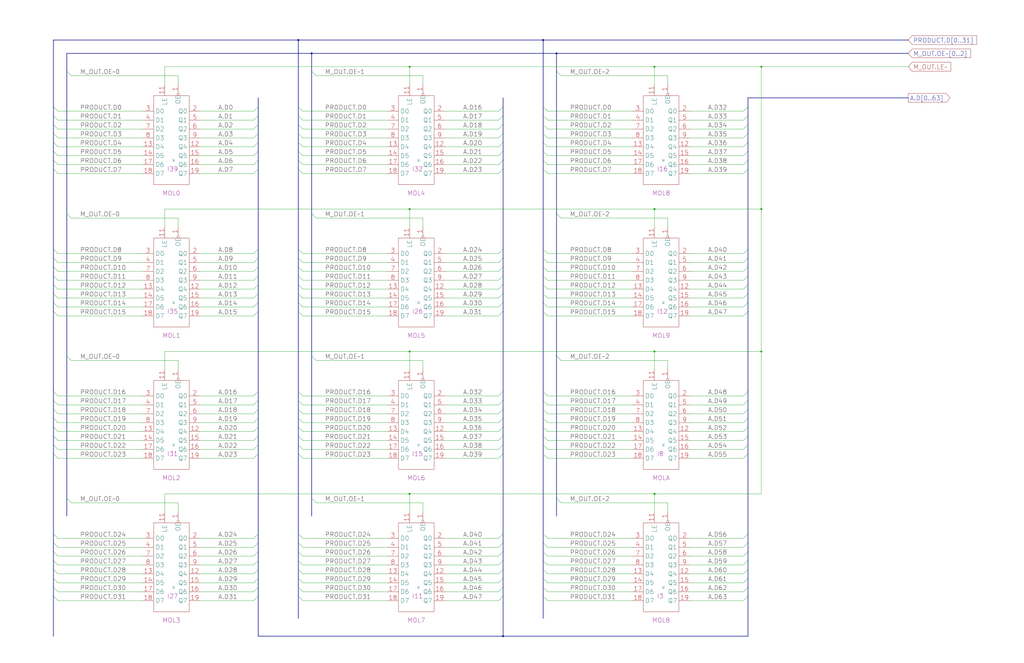
<source format=kicad_sch>
(kicad_sch (version 20220404) (generator eeschema)
  (paper "User" 584.2 378.46)
  (title_block (title "MULTIPLIER OUTPUT LATCH") (date "22-MAR-90") (rev "1.0") (comment 1 "VALUE") (comment 2 "232-003063") (comment 3 "S400") (comment 4 "RELEASED"))
  (junction (at 373.38 38.1))
  (junction (at 434.34 200.66))
  (junction (at 233.68 200.66))
  (junction (at 287.02 363.22))
  (junction (at 317.5 30.48))
  (junction (at 170.18 22.86))
  (junction (at 233.68 119.38))
  (junction (at 434.34 38.1))
  (junction (at 373.38 200.66))
  (junction (at 373.38 281.94))
  (junction (at 373.38 119.38))
  (junction (at 177.8 30.48))
  (junction (at 233.68 38.1))
  (junction (at 434.34 119.38))
  (junction (at 309.88 22.86))
  (junction (at 233.68 281.94))
  (bus_entry (at 30.48 66.04) (size 2.54 2.54))
  (bus_entry (at 170.18 157.48) (size 2.54 2.54))
  (bus_entry (at 147.32 76.2) (size -2.54 2.54))
  (bus_entry (at 30.48 309.88) (size 2.54 2.54))
  (bus_entry (at 287.02 238.76) (size -2.54 2.54))
  (bus_entry (at 170.18 228.6) (size 2.54 2.54))
  (bus_entry (at 170.18 91.44) (size 2.54 2.54))
  (bus_entry (at 309.88 309.88) (size 2.54 2.54))
  (bus_entry (at 30.48 254) (size 2.54 2.54))
  (bus_entry (at 426.72 86.36) (size -2.54 2.54))
  (bus_entry (at 426.72 320.04) (size -2.54 2.54))
  (bus_entry (at 30.48 96.52) (size 2.54 2.54))
  (bus_entry (at 170.18 152.4) (size 2.54 2.54))
  (bus_entry (at 30.48 238.76) (size 2.54 2.54))
  (bus_entry (at 147.32 259.08) (size -2.54 2.54))
  (bus_entry (at 426.72 167.64) (size -2.54 2.54))
  (bus_entry (at 170.18 309.88) (size 2.54 2.54))
  (bus_entry (at 30.48 330.2) (size 2.54 2.54))
  (bus_entry (at 317.5 284.48) (size 2.54 2.54))
  (bus_entry (at 309.88 330.2) (size 2.54 2.54))
  (bus_entry (at 426.72 248.92) (size -2.54 2.54))
  (bus_entry (at 287.02 60.96) (size -2.54 2.54))
  (bus_entry (at 287.02 314.96) (size -2.54 2.54))
  (bus_entry (at 317.5 203.2) (size 2.54 2.54))
  (bus_entry (at 287.02 152.4) (size -2.54 2.54))
  (bus_entry (at 30.48 91.44) (size 2.54 2.54))
  (bus_entry (at 170.18 335.28) (size 2.54 2.54))
  (bus_entry (at 170.18 96.52) (size 2.54 2.54))
  (bus_entry (at 30.48 167.64) (size 2.54 2.54))
  (bus_entry (at 309.88 172.72) (size 2.54 2.54))
  (bus_entry (at 170.18 76.2) (size 2.54 2.54))
  (bus_entry (at 426.72 142.24) (size -2.54 2.54))
  (bus_entry (at 309.88 314.96) (size 2.54 2.54))
  (bus_entry (at 147.32 86.36) (size -2.54 2.54))
  (bus_entry (at 287.02 147.32) (size -2.54 2.54))
  (bus_entry (at 426.72 243.84) (size -2.54 2.54))
  (bus_entry (at 426.72 314.96) (size -2.54 2.54))
  (bus_entry (at 147.32 152.4) (size -2.54 2.54))
  (bus_entry (at 170.18 60.96) (size 2.54 2.54))
  (bus_entry (at 426.72 157.48) (size -2.54 2.54))
  (bus_entry (at 38.1 121.92) (size 2.54 2.54))
  (bus_entry (at 426.72 228.6) (size -2.54 2.54))
  (bus_entry (at 426.72 254) (size -2.54 2.54))
  (bus_entry (at 309.88 157.48) (size 2.54 2.54))
  (bus_entry (at 30.48 243.84) (size 2.54 2.54))
  (bus_entry (at 309.88 147.32) (size 2.54 2.54))
  (bus_entry (at 309.88 340.36) (size 2.54 2.54))
  (bus_entry (at 309.88 66.04) (size 2.54 2.54))
  (bus_entry (at 317.5 121.92) (size 2.54 2.54))
  (bus_entry (at 147.32 335.28) (size -2.54 2.54))
  (bus_entry (at 147.32 223.52) (size -2.54 2.54))
  (bus_entry (at 147.32 309.88) (size -2.54 2.54))
  (bus_entry (at 287.02 325.12) (size -2.54 2.54))
  (bus_entry (at 287.02 71.12) (size -2.54 2.54))
  (bus_entry (at 147.32 314.96) (size -2.54 2.54))
  (bus_entry (at 170.18 167.64) (size 2.54 2.54))
  (bus_entry (at 170.18 248.92) (size 2.54 2.54))
  (bus_entry (at 426.72 76.2) (size -2.54 2.54))
  (bus_entry (at 287.02 223.52) (size -2.54 2.54))
  (bus_entry (at 147.32 147.32) (size -2.54 2.54))
  (bus_entry (at 30.48 314.96) (size 2.54 2.54))
  (bus_entry (at 309.88 248.92) (size 2.54 2.54))
  (bus_entry (at 309.88 243.84) (size 2.54 2.54))
  (bus_entry (at 147.32 304.8) (size -2.54 2.54))
  (bus_entry (at 426.72 162.56) (size -2.54 2.54))
  (bus_entry (at 287.02 91.44) (size -2.54 2.54))
  (bus_entry (at 309.88 167.64) (size 2.54 2.54))
  (bus_entry (at 147.32 167.64) (size -2.54 2.54))
  (bus_entry (at 147.32 254) (size -2.54 2.54))
  (bus_entry (at 147.32 228.6) (size -2.54 2.54))
  (bus_entry (at 30.48 233.68) (size 2.54 2.54))
  (bus_entry (at 309.88 259.08) (size 2.54 2.54))
  (bus_entry (at 177.8 203.2) (size 2.54 2.54))
  (bus_entry (at 426.72 304.8) (size -2.54 2.54))
  (bus_entry (at 287.02 142.24) (size -2.54 2.54))
  (bus_entry (at 30.48 76.2) (size 2.54 2.54))
  (bus_entry (at 147.32 96.52) (size -2.54 2.54))
  (bus_entry (at 170.18 81.28) (size 2.54 2.54))
  (bus_entry (at 30.48 81.28) (size 2.54 2.54))
  (bus_entry (at 147.32 71.12) (size -2.54 2.54))
  (bus_entry (at 426.72 152.4) (size -2.54 2.54))
  (bus_entry (at 147.32 238.76) (size -2.54 2.54))
  (bus_entry (at 170.18 304.8) (size 2.54 2.54))
  (bus_entry (at 287.02 304.8) (size -2.54 2.54))
  (bus_entry (at 30.48 228.6) (size 2.54 2.54))
  (bus_entry (at 170.18 254) (size 2.54 2.54))
  (bus_entry (at 426.72 96.52) (size -2.54 2.54))
  (bus_entry (at 309.88 223.52) (size 2.54 2.54))
  (bus_entry (at 287.02 248.92) (size -2.54 2.54))
  (bus_entry (at 170.18 259.08) (size 2.54 2.54))
  (bus_entry (at 170.18 142.24) (size 2.54 2.54))
  (bus_entry (at 30.48 340.36) (size 2.54 2.54))
  (bus_entry (at 170.18 223.52) (size 2.54 2.54))
  (bus_entry (at 147.32 340.36) (size -2.54 2.54))
  (bus_entry (at 426.72 340.36) (size -2.54 2.54))
  (bus_entry (at 147.32 233.68) (size -2.54 2.54))
  (bus_entry (at 287.02 167.64) (size -2.54 2.54))
  (bus_entry (at 287.02 81.28) (size -2.54 2.54))
  (bus_entry (at 287.02 330.2) (size -2.54 2.54))
  (bus_entry (at 309.88 177.8) (size 2.54 2.54))
  (bus_entry (at 287.02 86.36) (size -2.54 2.54))
  (bus_entry (at 426.72 60.96) (size -2.54 2.54))
  (bus_entry (at 30.48 259.08) (size 2.54 2.54))
  (bus_entry (at 170.18 66.04) (size 2.54 2.54))
  (bus_entry (at 170.18 340.36) (size 2.54 2.54))
  (bus_entry (at 287.02 320.04) (size -2.54 2.54))
  (bus_entry (at 170.18 86.36) (size 2.54 2.54))
  (bus_entry (at 147.32 81.28) (size -2.54 2.54))
  (bus_entry (at 426.72 172.72) (size -2.54 2.54))
  (bus_entry (at 170.18 233.68) (size 2.54 2.54))
  (bus_entry (at 426.72 238.76) (size -2.54 2.54))
  (bus_entry (at 287.02 228.6) (size -2.54 2.54))
  (bus_entry (at 30.48 325.12) (size 2.54 2.54))
  (bus_entry (at 38.1 284.48) (size 2.54 2.54))
  (bus_entry (at 170.18 325.12) (size 2.54 2.54))
  (bus_entry (at 170.18 238.76) (size 2.54 2.54))
  (bus_entry (at 309.88 335.28) (size 2.54 2.54))
  (bus_entry (at 30.48 177.8) (size 2.54 2.54))
  (bus_entry (at 170.18 330.2) (size 2.54 2.54))
  (bus_entry (at 287.02 233.68) (size -2.54 2.54))
  (bus_entry (at 147.32 320.04) (size -2.54 2.54))
  (bus_entry (at 147.32 325.12) (size -2.54 2.54))
  (bus_entry (at 170.18 147.32) (size 2.54 2.54))
  (bus_entry (at 287.02 96.52) (size -2.54 2.54))
  (bus_entry (at 30.48 320.04) (size 2.54 2.54))
  (bus_entry (at 426.72 66.04) (size -2.54 2.54))
  (bus_entry (at 170.18 162.56) (size 2.54 2.54))
  (bus_entry (at 147.32 157.48) (size -2.54 2.54))
  (bus_entry (at 30.48 172.72) (size 2.54 2.54))
  (bus_entry (at 170.18 314.96) (size 2.54 2.54))
  (bus_entry (at 170.18 177.8) (size 2.54 2.54))
  (bus_entry (at 170.18 71.12) (size 2.54 2.54))
  (bus_entry (at 147.32 66.04) (size -2.54 2.54))
  (bus_entry (at 309.88 91.44) (size 2.54 2.54))
  (bus_entry (at 147.32 248.92) (size -2.54 2.54))
  (bus_entry (at 147.32 142.24) (size -2.54 2.54))
  (bus_entry (at 30.48 162.56) (size 2.54 2.54))
  (bus_entry (at 177.8 40.64) (size 2.54 2.54))
  (bus_entry (at 30.48 248.92) (size 2.54 2.54))
  (bus_entry (at 287.02 309.88) (size -2.54 2.54))
  (bus_entry (at 147.32 330.2) (size -2.54 2.54))
  (bus_entry (at 426.72 259.08) (size -2.54 2.54))
  (bus_entry (at 426.72 177.8) (size -2.54 2.54))
  (bus_entry (at 426.72 81.28) (size -2.54 2.54))
  (bus_entry (at 309.88 233.68) (size 2.54 2.54))
  (bus_entry (at 309.88 304.8) (size 2.54 2.54))
  (bus_entry (at 287.02 259.08) (size -2.54 2.54))
  (bus_entry (at 309.88 86.36) (size 2.54 2.54))
  (bus_entry (at 426.72 325.12) (size -2.54 2.54))
  (bus_entry (at 147.32 91.44) (size -2.54 2.54))
  (bus_entry (at 30.48 71.12) (size 2.54 2.54))
  (bus_entry (at 170.18 172.72) (size 2.54 2.54))
  (bus_entry (at 309.88 152.4) (size 2.54 2.54))
  (bus_entry (at 287.02 157.48) (size -2.54 2.54))
  (bus_entry (at 30.48 142.24) (size 2.54 2.54))
  (bus_entry (at 147.32 162.56) (size -2.54 2.54))
  (bus_entry (at 30.48 60.96) (size 2.54 2.54))
  (bus_entry (at 426.72 223.52) (size -2.54 2.54))
  (bus_entry (at 287.02 66.04) (size -2.54 2.54))
  (bus_entry (at 309.88 162.56) (size 2.54 2.54))
  (bus_entry (at 147.32 60.96) (size -2.54 2.54))
  (bus_entry (at 309.88 238.76) (size 2.54 2.54))
  (bus_entry (at 30.48 223.52) (size 2.54 2.54))
  (bus_entry (at 147.32 243.84) (size -2.54 2.54))
  (bus_entry (at 426.72 335.28) (size -2.54 2.54))
  (bus_entry (at 177.8 121.92) (size 2.54 2.54))
  (bus_entry (at 38.1 203.2) (size 2.54 2.54))
  (bus_entry (at 309.88 325.12) (size 2.54 2.54))
  (bus_entry (at 30.48 147.32) (size 2.54 2.54))
  (bus_entry (at 426.72 233.68) (size -2.54 2.54))
  (bus_entry (at 309.88 81.28) (size 2.54 2.54))
  (bus_entry (at 287.02 162.56) (size -2.54 2.54))
  (bus_entry (at 426.72 309.88) (size -2.54 2.54))
  (bus_entry (at 287.02 76.2) (size -2.54 2.54))
  (bus_entry (at 30.48 335.28) (size 2.54 2.54))
  (bus_entry (at 287.02 177.8) (size -2.54 2.54))
  (bus_entry (at 309.88 254) (size 2.54 2.54))
  (bus_entry (at 426.72 71.12) (size -2.54 2.54))
  (bus_entry (at 426.72 147.32) (size -2.54 2.54))
  (bus_entry (at 426.72 330.2) (size -2.54 2.54))
  (bus_entry (at 309.88 228.6) (size 2.54 2.54))
  (bus_entry (at 170.18 320.04) (size 2.54 2.54))
  (bus_entry (at 287.02 254) (size -2.54 2.54))
  (bus_entry (at 287.02 243.84) (size -2.54 2.54))
  (bus_entry (at 317.5 40.64) (size 2.54 2.54))
  (bus_entry (at 309.88 96.52) (size 2.54 2.54))
  (bus_entry (at 30.48 304.8) (size 2.54 2.54))
  (bus_entry (at 309.88 76.2) (size 2.54 2.54))
  (bus_entry (at 30.48 152.4) (size 2.54 2.54))
  (bus_entry (at 309.88 142.24) (size 2.54 2.54))
  (bus_entry (at 309.88 71.12) (size 2.54 2.54))
  (bus_entry (at 30.48 157.48) (size 2.54 2.54))
  (bus_entry (at 147.32 172.72) (size -2.54 2.54))
  (bus_entry (at 177.8 284.48) (size 2.54 2.54))
  (bus_entry (at 309.88 60.96) (size 2.54 2.54))
  (bus_entry (at 38.1 40.64) (size 2.54 2.54))
  (bus_entry (at 426.72 91.44) (size -2.54 2.54))
  (bus_entry (at 309.88 320.04) (size 2.54 2.54))
  (bus_entry (at 147.32 177.8) (size -2.54 2.54))
  (bus_entry (at 30.48 86.36) (size 2.54 2.54))
  (bus_entry (at 287.02 172.72) (size -2.54 2.54))
  (bus_entry (at 287.02 340.36) (size -2.54 2.54))
  (bus_entry (at 287.02 335.28) (size -2.54 2.54))
  (bus_entry (at 170.18 243.84) (size 2.54 2.54))
  (wire (pts (xy 312.42 83.82) (xy 360.68 83.82)))
  (bus (pts (xy 287.02 66.04) (xy 287.02 71.12)))
  (wire (pts (xy 172.72 226.06) (xy 220.98 226.06)))
  (bus (pts (xy 30.48 142.24) (xy 30.48 147.32)))
  (bus (pts (xy 30.48 330.2) (xy 30.48 335.28)))
  (wire (pts (xy 33.02 165.1) (xy 81.28 165.1)))
  (wire (pts (xy 114.3 322.58) (xy 144.78 322.58)))
  (wire (pts (xy 254 231.14) (xy 284.48 231.14)))
  (bus (pts (xy 170.18 238.76) (xy 170.18 243.84)))
  (bus (pts (xy 147.32 223.52) (xy 147.32 228.6)))
  (bus (pts (xy 30.48 81.28) (xy 30.48 86.36)))
  (bus (pts (xy 170.18 76.2) (xy 170.18 81.28)))
  (wire (pts (xy 312.42 342.9) (xy 360.68 342.9)))
  (bus (pts (xy 177.8 30.48) (xy 317.5 30.48)))
  (bus (pts (xy 287.02 304.8) (xy 287.02 309.88)))
  (wire (pts (xy 241.3 292.1) (xy 241.3 287.02)))
  (wire (pts (xy 33.02 322.58) (xy 81.28 322.58)))
  (wire (pts (xy 393.7 78.74) (xy 424.18 78.74)))
  (wire (pts (xy 254 312.42) (xy 284.48 312.42)))
  (wire (pts (xy 312.42 154.94) (xy 360.68 154.94)))
  (bus (pts (xy 426.72 223.52) (xy 426.72 228.6)))
  (bus (pts (xy 170.18 248.92) (xy 170.18 254)))
  (wire (pts (xy 254 332.74) (xy 284.48 332.74)))
  (wire (pts (xy 233.68 119.38) (xy 233.68 129.54)))
  (bus (pts (xy 30.48 22.86) (xy 30.48 60.96)))
  (bus (pts (xy 170.18 309.88) (xy 170.18 314.96)))
  (wire (pts (xy 254 149.86) (xy 284.48 149.86)))
  (wire (pts (xy 434.34 38.1) (xy 373.38 38.1)))
  (wire (pts (xy 40.64 124.46) (xy 101.6 124.46)))
  (bus (pts (xy 177.8 40.64) (xy 177.8 121.92)))
  (bus (pts (xy 38.1 30.48) (xy 177.8 30.48)))
  (wire (pts (xy 312.42 175.26) (xy 360.68 175.26)))
  (bus (pts (xy 30.48 22.86) (xy 170.18 22.86)))
  (wire (pts (xy 114.3 246.38) (xy 144.78 246.38)))
  (wire (pts (xy 393.7 226.06) (xy 424.18 226.06)))
  (wire (pts (xy 33.02 144.78) (xy 81.28 144.78)))
  (wire (pts (xy 172.72 246.38) (xy 220.98 246.38)))
  (wire (pts (xy 312.42 99.06) (xy 360.68 99.06)))
  (bus (pts (xy 287.02 96.52) (xy 287.02 142.24)))
  (bus (pts (xy 287.02 86.36) (xy 287.02 91.44)))
  (wire (pts (xy 33.02 246.38) (xy 81.28 246.38)))
  (bus (pts (xy 147.32 172.72) (xy 147.32 177.8)))
  (wire (pts (xy 393.7 317.5) (xy 424.18 317.5)))
  (bus (pts (xy 30.48 233.68) (xy 30.48 238.76)))
  (bus (pts (xy 426.72 304.8) (xy 426.72 309.88)))
  (wire (pts (xy 393.7 231.14) (xy 424.18 231.14)))
  (wire (pts (xy 172.72 88.9) (xy 220.98 88.9)))
  (bus (pts (xy 170.18 66.04) (xy 170.18 71.12)))
  (wire (pts (xy 114.3 83.82) (xy 144.78 83.82)))
  (wire (pts (xy 241.3 129.54) (xy 241.3 124.46)))
  (bus (pts (xy 426.72 55.88) (xy 426.72 60.96)))
  (wire (pts (xy 172.72 312.42) (xy 220.98 312.42)))
  (bus (pts (xy 147.32 60.96) (xy 147.32 66.04)))
  (bus (pts (xy 30.48 259.08) (xy 30.48 304.8)))
  (wire (pts (xy 254 246.38) (xy 284.48 246.38)))
  (wire (pts (xy 254 170.18) (xy 284.48 170.18)))
  (wire (pts (xy 172.72 231.14) (xy 220.98 231.14)))
  (bus (pts (xy 30.48 309.88) (xy 30.48 314.96)))
  (bus (pts (xy 147.32 233.68) (xy 147.32 238.76)))
  (bus (pts (xy 170.18 157.48) (xy 170.18 162.56)))
  (bus (pts (xy 426.72 86.36) (xy 426.72 91.44)))
  (wire (pts (xy 172.72 180.34) (xy 220.98 180.34)))
  (wire (pts (xy 312.42 144.78) (xy 360.68 144.78)))
  (wire (pts (xy 93.98 281.94) (xy 233.68 281.94)))
  (wire (pts (xy 434.34 200.66) (xy 434.34 119.38)))
  (wire (pts (xy 114.3 73.66) (xy 144.78 73.66)))
  (wire (pts (xy 172.72 175.26) (xy 220.98 175.26)))
  (bus (pts (xy 309.88 86.36) (xy 309.88 91.44)))
  (wire (pts (xy 172.72 241.3) (xy 220.98 241.3)))
  (bus (pts (xy 309.88 60.96) (xy 309.88 66.04)))
  (wire (pts (xy 114.3 327.66) (xy 144.78 327.66)))
  (wire (pts (xy 40.64 43.18) (xy 101.6 43.18)))
  (bus (pts (xy 287.02 76.2) (xy 287.02 81.28)))
  (bus (pts (xy 177.8 203.2) (xy 177.8 284.48)))
  (bus (pts (xy 170.18 172.72) (xy 170.18 177.8)))
  (bus (pts (xy 147.32 55.88) (xy 147.32 60.96)))
  (bus (pts (xy 426.72 81.28) (xy 426.72 86.36)))
  (wire (pts (xy 393.7 175.26) (xy 424.18 175.26)))
  (bus (pts (xy 426.72 66.04) (xy 426.72 71.12)))
  (bus (pts (xy 287.02 320.04) (xy 287.02 325.12)))
  (bus (pts (xy 426.72 177.8) (xy 426.72 223.52)))
  (bus (pts (xy 38.1 121.92) (xy 38.1 203.2)))
  (wire (pts (xy 40.64 205.74) (xy 101.6 205.74)))
  (wire (pts (xy 241.3 210.82) (xy 241.3 205.74)))
  (wire (pts (xy 114.3 154.94) (xy 144.78 154.94)))
  (wire (pts (xy 33.02 93.98) (xy 81.28 93.98)))
  (wire (pts (xy 172.72 322.58) (xy 220.98 322.58)))
  (wire (pts (xy 233.68 119.38) (xy 373.38 119.38)))
  (bus (pts (xy 147.32 330.2) (xy 147.32 335.28)))
  (wire (pts (xy 40.64 287.02) (xy 101.6 287.02)))
  (bus (pts (xy 426.72 325.12) (xy 426.72 330.2)))
  (bus (pts (xy 170.18 177.8) (xy 170.18 223.52)))
  (wire (pts (xy 254 342.9) (xy 284.48 342.9)))
  (wire (pts (xy 114.3 78.74) (xy 144.78 78.74)))
  (bus (pts (xy 287.02 177.8) (xy 287.02 223.52)))
  (wire (pts (xy 254 154.94) (xy 284.48 154.94)))
  (wire (pts (xy 393.7 165.1) (xy 424.18 165.1)))
  (wire (pts (xy 312.42 78.74) (xy 360.68 78.74)))
  (wire (pts (xy 393.7 342.9) (xy 424.18 342.9)))
  (wire (pts (xy 312.42 180.34) (xy 360.68 180.34)))
  (wire (pts (xy 312.42 165.1) (xy 360.68 165.1)))
  (wire (pts (xy 254 251.46) (xy 284.48 251.46)))
  (bus (pts (xy 170.18 259.08) (xy 170.18 304.8)))
  (bus (pts (xy 170.18 254) (xy 170.18 259.08)))
  (bus (pts (xy 30.48 304.8) (xy 30.48 309.88)))
  (bus (pts (xy 309.88 233.68) (xy 309.88 238.76)))
  (wire (pts (xy 312.42 93.98) (xy 360.68 93.98)))
  (wire (pts (xy 393.7 251.46) (xy 424.18 251.46)))
  (bus (pts (xy 147.32 147.32) (xy 147.32 152.4)))
  (bus (pts (xy 309.88 152.4) (xy 309.88 157.48)))
  (wire (pts (xy 114.3 236.22) (xy 144.78 236.22)))
  (bus (pts (xy 309.88 142.24) (xy 309.88 147.32)))
  (wire (pts (xy 172.72 93.98) (xy 220.98 93.98)))
  (bus (pts (xy 309.88 335.28) (xy 309.88 340.36)))
  (wire (pts (xy 233.68 38.1) (xy 233.68 48.26)))
  (wire (pts (xy 393.7 68.58) (xy 424.18 68.58)))
  (wire (pts (xy 172.72 149.86) (xy 220.98 149.86)))
  (bus (pts (xy 317.5 284.48) (xy 317.5 294.64)))
  (wire (pts (xy 312.42 170.18) (xy 360.68 170.18)))
  (wire (pts (xy 393.7 332.74) (xy 424.18 332.74)))
  (wire (pts (xy 312.42 149.86) (xy 360.68 149.86)))
  (bus (pts (xy 309.88 238.76) (xy 309.88 243.84)))
  (bus (pts (xy 287.02 157.48) (xy 287.02 162.56)))
  (wire (pts (xy 254 256.54) (xy 284.48 256.54)))
  (wire (pts (xy 114.3 99.06) (xy 144.78 99.06)))
  (wire (pts (xy 233.68 200.66) (xy 373.38 200.66)))
  (wire (pts (xy 254 226.06) (xy 284.48 226.06)))
  (bus (pts (xy 170.18 60.96) (xy 170.18 66.04)))
  (wire (pts (xy 254 261.62) (xy 284.48 261.62)))
  (bus (pts (xy 147.32 142.24) (xy 147.32 147.32)))
  (wire (pts (xy 381 129.54) (xy 381 124.46)))
  (wire (pts (xy 172.72 327.66) (xy 220.98 327.66)))
  (bus (pts (xy 426.72 162.56) (xy 426.72 167.64)))
  (bus (pts (xy 170.18 335.28) (xy 170.18 340.36)))
  (bus (pts (xy 30.48 60.96) (xy 30.48 66.04)))
  (bus (pts (xy 147.32 167.64) (xy 147.32 172.72)))
  (bus (pts (xy 170.18 243.84) (xy 170.18 248.92)))
  (wire (pts (xy 312.42 236.22) (xy 360.68 236.22)))
  (wire (pts (xy 33.02 78.74) (xy 81.28 78.74)))
  (bus (pts (xy 309.88 259.08) (xy 309.88 304.8)))
  (bus (pts (xy 426.72 76.2) (xy 426.72 81.28)))
  (bus (pts (xy 147.32 335.28) (xy 147.32 340.36)))
  (bus (pts (xy 426.72 152.4) (xy 426.72 157.48)))
  (bus (pts (xy 287.02 309.88) (xy 287.02 314.96)))
  (bus (pts (xy 426.72 314.96) (xy 426.72 320.04)))
  (wire (pts (xy 114.3 256.54) (xy 144.78 256.54)))
  (bus (pts (xy 30.48 86.36) (xy 30.48 91.44)))
  (bus (pts (xy 426.72 238.76) (xy 426.72 243.84)))
  (wire (pts (xy 312.42 241.3) (xy 360.68 241.3)))
  (wire (pts (xy 114.3 144.78) (xy 144.78 144.78)))
  (bus (pts (xy 147.32 304.8) (xy 147.32 309.88)))
  (bus (pts (xy 147.32 76.2) (xy 147.32 81.28)))
  (wire (pts (xy 114.3 170.18) (xy 144.78 170.18)))
  (wire (pts (xy 434.34 281.94) (xy 434.34 200.66)))
  (bus (pts (xy 177.8 284.48) (xy 177.8 294.64)))
  (wire (pts (xy 254 165.1) (xy 284.48 165.1)))
  (bus (pts (xy 309.88 243.84) (xy 309.88 248.92)))
  (wire (pts (xy 393.7 160.02) (xy 424.18 160.02)))
  (bus (pts (xy 177.8 121.92) (xy 177.8 203.2)))
  (bus (pts (xy 309.88 147.32) (xy 309.88 152.4)))
  (wire (pts (xy 254 327.66) (xy 284.48 327.66)))
  (wire (pts (xy 373.38 38.1) (xy 373.38 48.26)))
  (wire (pts (xy 93.98 281.94) (xy 93.98 292.1)))
  (wire (pts (xy 33.02 63.5) (xy 81.28 63.5)))
  (bus (pts (xy 287.02 254) (xy 287.02 259.08)))
  (wire (pts (xy 114.3 251.46) (xy 144.78 251.46)))
  (bus (pts (xy 30.48 76.2) (xy 30.48 81.28)))
  (wire (pts (xy 33.02 170.18) (xy 81.28 170.18)))
  (bus (pts (xy 170.18 223.52) (xy 170.18 228.6)))
  (bus (pts (xy 147.32 157.48) (xy 147.32 162.56)))
  (bus (pts (xy 309.88 314.96) (xy 309.88 320.04)))
  (wire (pts (xy 320.04 287.02) (xy 381 287.02)))
  (bus (pts (xy 30.48 254) (xy 30.48 259.08)))
  (wire (pts (xy 33.02 241.3) (xy 81.28 241.3)))
  (wire (pts (xy 241.3 48.26) (xy 241.3 43.18)))
  (wire (pts (xy 114.3 342.9) (xy 144.78 342.9)))
  (bus (pts (xy 287.02 243.84) (xy 287.02 248.92)))
  (bus (pts (xy 309.88 96.52) (xy 309.88 142.24)))
  (wire (pts (xy 254 180.34) (xy 284.48 180.34)))
  (bus (pts (xy 426.72 254) (xy 426.72 259.08)))
  (wire (pts (xy 393.7 83.82) (xy 424.18 83.82)))
  (bus (pts (xy 30.48 96.52) (xy 30.48 142.24)))
  (bus (pts (xy 309.88 330.2) (xy 309.88 335.28)))
  (bus (pts (xy 147.32 309.88) (xy 147.32 314.96)))
  (wire (pts (xy 254 241.3) (xy 284.48 241.3)))
  (wire (pts (xy 33.02 236.22) (xy 81.28 236.22)))
  (wire (pts (xy 93.98 38.1) (xy 93.98 48.26)))
  (wire (pts (xy 172.72 337.82) (xy 220.98 337.82)))
  (wire (pts (xy 114.3 149.86) (xy 144.78 149.86)))
  (bus (pts (xy 147.32 320.04) (xy 147.32 325.12)))
  (wire (pts (xy 320.04 43.18) (xy 381 43.18)))
  (wire (pts (xy 180.34 287.02) (xy 241.3 287.02)))
  (wire (pts (xy 393.7 307.34) (xy 424.18 307.34)))
  (wire (pts (xy 320.04 205.74) (xy 381 205.74)))
  (bus (pts (xy 147.32 254) (xy 147.32 259.08)))
  (wire (pts (xy 312.42 337.82) (xy 360.68 337.82)))
  (wire (pts (xy 114.3 312.42) (xy 144.78 312.42)))
  (wire (pts (xy 180.34 205.74) (xy 241.3 205.74)))
  (bus (pts (xy 170.18 147.32) (xy 170.18 152.4)))
  (wire (pts (xy 373.38 200.66) (xy 373.38 210.82)))
  (wire (pts (xy 254 337.82) (xy 284.48 337.82)))
  (bus (pts (xy 309.88 248.92) (xy 309.88 254)))
  (bus (pts (xy 147.32 162.56) (xy 147.32 167.64)))
  (bus (pts (xy 170.18 228.6) (xy 170.18 233.68)))
  (bus (pts (xy 147.32 363.22) (xy 287.02 363.22)))
  (bus (pts (xy 287.02 147.32) (xy 287.02 152.4)))
  (wire (pts (xy 393.7 144.78) (xy 424.18 144.78)))
  (wire (pts (xy 381 48.26) (xy 381 43.18)))
  (wire (pts (xy 33.02 251.46) (xy 81.28 251.46)))
  (bus (pts (xy 147.32 177.8) (xy 147.32 223.52)))
  (wire (pts (xy 114.3 261.62) (xy 144.78 261.62)))
  (wire (pts (xy 312.42 68.58) (xy 360.68 68.58)))
  (wire (pts (xy 101.6 48.26) (xy 101.6 43.18)))
  (bus (pts (xy 147.32 91.44) (xy 147.32 96.52)))
  (bus (pts (xy 287.02 340.36) (xy 287.02 363.22)))
  (bus (pts (xy 287.02 259.08) (xy 287.02 304.8)))
  (bus (pts (xy 30.48 325.12) (xy 30.48 330.2)))
  (wire (pts (xy 33.02 317.5) (xy 81.28 317.5)))
  (wire (pts (xy 33.02 261.62) (xy 81.28 261.62)))
  (bus (pts (xy 426.72 335.28) (xy 426.72 340.36)))
  (bus (pts (xy 426.72 330.2) (xy 426.72 335.28)))
  (wire (pts (xy 393.7 236.22) (xy 424.18 236.22)))
  (wire (pts (xy 233.68 200.66) (xy 233.68 210.82)))
  (wire (pts (xy 33.02 180.34) (xy 81.28 180.34)))
  (wire (pts (xy 254 93.98) (xy 284.48 93.98)))
  (bus (pts (xy 309.88 223.52) (xy 309.88 228.6)))
  (wire (pts (xy 254 68.58) (xy 284.48 68.58)))
  (wire (pts (xy 93.98 119.38) (xy 233.68 119.38)))
  (wire (pts (xy 393.7 99.06) (xy 424.18 99.06)))
  (wire (pts (xy 312.42 317.5) (xy 360.68 317.5)))
  (wire (pts (xy 172.72 154.94) (xy 220.98 154.94)))
  (bus (pts (xy 426.72 243.84) (xy 426.72 248.92)))
  (wire (pts (xy 393.7 312.42) (xy 424.18 312.42)))
  (bus (pts (xy 426.72 96.52) (xy 426.72 142.24)))
  (bus (pts (xy 426.72 147.32) (xy 426.72 152.4)))
  (wire (pts (xy 101.6 292.1) (xy 101.6 287.02)))
  (bus (pts (xy 30.48 177.8) (xy 30.48 223.52)))
  (wire (pts (xy 33.02 88.9) (xy 81.28 88.9)))
  (bus (pts (xy 287.02 162.56) (xy 287.02 167.64)))
  (bus (pts (xy 426.72 228.6) (xy 426.72 233.68)))
  (bus (pts (xy 317.5 203.2) (xy 317.5 284.48)))
  (wire (pts (xy 172.72 63.5) (xy 220.98 63.5)))
  (wire (pts (xy 93.98 119.38) (xy 93.98 129.54)))
  (bus (pts (xy 287.02 223.52) (xy 287.02 228.6)))
  (wire (pts (xy 33.02 307.34) (xy 81.28 307.34)))
  (bus (pts (xy 30.48 335.28) (xy 30.48 340.36)))
  (wire (pts (xy 393.7 63.5) (xy 424.18 63.5)))
  (bus (pts (xy 287.02 238.76) (xy 287.02 243.84)))
  (wire (pts (xy 180.34 124.46) (xy 241.3 124.46)))
  (bus (pts (xy 147.32 66.04) (xy 147.32 71.12)))
  (bus (pts (xy 30.48 71.12) (xy 30.48 76.2)))
  (bus (pts (xy 287.02 228.6) (xy 287.02 233.68)))
  (wire (pts (xy 254 236.22) (xy 284.48 236.22)))
  (wire (pts (xy 393.7 256.54) (xy 424.18 256.54)))
  (wire (pts (xy 381 292.1) (xy 381 287.02)))
  (wire (pts (xy 172.72 251.46) (xy 220.98 251.46)))
  (bus (pts (xy 147.32 314.96) (xy 147.32 320.04)))
  (wire (pts (xy 33.02 68.58) (xy 81.28 68.58)))
  (bus (pts (xy 30.48 167.64) (xy 30.48 172.72)))
  (bus (pts (xy 309.88 177.8) (xy 309.88 223.52)))
  (wire (pts (xy 172.72 160.02) (xy 220.98 160.02)))
  (wire (pts (xy 172.72 78.74) (xy 220.98 78.74)))
  (bus (pts (xy 426.72 157.48) (xy 426.72 162.56)))
  (bus (pts (xy 147.32 243.84) (xy 147.32 248.92)))
  (wire (pts (xy 312.42 256.54) (xy 360.68 256.54)))
  (wire (pts (xy 254 307.34) (xy 284.48 307.34)))
  (wire (pts (xy 312.42 73.66) (xy 360.68 73.66)))
  (bus (pts (xy 317.5 30.48) (xy 518.16 30.48)))
  (bus (pts (xy 170.18 81.28) (xy 170.18 86.36)))
  (bus (pts (xy 147.32 81.28) (xy 147.32 86.36)))
  (bus (pts (xy 170.18 91.44) (xy 170.18 96.52)))
  (bus (pts (xy 426.72 91.44) (xy 426.72 96.52)))
  (bus (pts (xy 147.32 86.36) (xy 147.32 91.44)))
  (bus (pts (xy 426.72 320.04) (xy 426.72 325.12)))
  (bus (pts (xy 170.18 22.86) (xy 170.18 60.96)))
  (wire (pts (xy 172.72 99.06) (xy 220.98 99.06)))
  (bus (pts (xy 426.72 259.08) (xy 426.72 304.8)))
  (wire (pts (xy 114.3 317.5) (xy 144.78 317.5)))
  (wire (pts (xy 114.3 332.74) (xy 144.78 332.74)))
  (wire (pts (xy 114.3 165.1) (xy 144.78 165.1)))
  (bus (pts (xy 170.18 233.68) (xy 170.18 238.76)))
  (wire (pts (xy 172.72 307.34) (xy 220.98 307.34)))
  (bus (pts (xy 287.02 314.96) (xy 287.02 320.04)))
  (wire (pts (xy 312.42 307.34) (xy 360.68 307.34)))
  (bus (pts (xy 147.32 228.6) (xy 147.32 233.68)))
  (wire (pts (xy 33.02 226.06) (xy 81.28 226.06)))
  (bus (pts (xy 426.72 71.12) (xy 426.72 76.2)))
  (wire (pts (xy 33.02 73.66) (xy 81.28 73.66)))
  (bus (pts (xy 317.5 30.48) (xy 317.5 40.64)))
  (wire (pts (xy 114.3 337.82) (xy 144.78 337.82)))
  (wire (pts (xy 172.72 170.18) (xy 220.98 170.18)))
  (wire (pts (xy 101.6 129.54) (xy 101.6 124.46)))
  (bus (pts (xy 30.48 340.36) (xy 30.48 363.22)))
  (bus (pts (xy 170.18 71.12) (xy 170.18 76.2)))
  (wire (pts (xy 312.42 160.02) (xy 360.68 160.02)))
  (bus (pts (xy 287.02 363.22) (xy 426.72 363.22)))
  (bus (pts (xy 287.02 330.2) (xy 287.02 335.28)))
  (wire (pts (xy 33.02 83.82) (xy 81.28 83.82)))
  (wire (pts (xy 434.34 119.38) (xy 434.34 38.1)))
  (bus (pts (xy 287.02 60.96) (xy 287.02 66.04)))
  (wire (pts (xy 254 63.5) (xy 284.48 63.5)))
  (bus (pts (xy 147.32 259.08) (xy 147.32 304.8)))
  (bus (pts (xy 287.02 325.12) (xy 287.02 330.2)))
  (bus (pts (xy 287.02 233.68) (xy 287.02 238.76)))
  (bus (pts (xy 287.02 71.12) (xy 287.02 76.2)))
  (wire (pts (xy 254 88.9) (xy 284.48 88.9)))
  (wire (pts (xy 373.38 200.66) (xy 434.34 200.66)))
  (wire (pts (xy 172.72 83.82) (xy 220.98 83.82)))
  (wire (pts (xy 254 99.06) (xy 284.48 99.06)))
  (wire (pts (xy 320.04 124.46) (xy 381 124.46)))
  (wire (pts (xy 312.42 322.58) (xy 360.68 322.58)))
  (wire (pts (xy 33.02 99.06) (xy 81.28 99.06)))
  (bus (pts (xy 426.72 172.72) (xy 426.72 177.8)))
  (wire (pts (xy 312.42 327.66) (xy 360.68 327.66)))
  (wire (pts (xy 373.38 119.38) (xy 373.38 129.54)))
  (wire (pts (xy 172.72 317.5) (xy 220.98 317.5)))
  (wire (pts (xy 33.02 175.26) (xy 81.28 175.26)))
  (bus (pts (xy 147.32 71.12) (xy 147.32 76.2)))
  (wire (pts (xy 172.72 68.58) (xy 220.98 68.58)))
  (bus (pts (xy 309.88 254) (xy 309.88 259.08)))
  (wire (pts (xy 172.72 236.22) (xy 220.98 236.22)))
  (bus (pts (xy 170.18 152.4) (xy 170.18 157.48)))
  (bus (pts (xy 287.02 152.4) (xy 287.02 157.48)))
  (bus (pts (xy 30.48 248.92) (xy 30.48 254)))
  (wire (pts (xy 393.7 88.9) (xy 424.18 88.9)))
  (bus (pts (xy 317.5 40.64) (xy 317.5 121.92)))
  (wire (pts (xy 254 73.66) (xy 284.48 73.66)))
  (bus (pts (xy 426.72 142.24) (xy 426.72 147.32)))
  (wire (pts (xy 172.72 73.66) (xy 220.98 73.66)))
  (wire (pts (xy 312.42 231.14) (xy 360.68 231.14)))
  (bus (pts (xy 170.18 22.86) (xy 309.88 22.86)))
  (bus (pts (xy 30.48 162.56) (xy 30.48 167.64)))
  (bus (pts (xy 30.48 152.4) (xy 30.48 157.48)))
  (bus (pts (xy 170.18 304.8) (xy 170.18 309.88)))
  (wire (pts (xy 312.42 261.62) (xy 360.68 261.62)))
  (bus (pts (xy 30.48 157.48) (xy 30.48 162.56)))
  (bus (pts (xy 30.48 66.04) (xy 30.48 71.12)))
  (wire (pts (xy 312.42 246.38) (xy 360.68 246.38)))
  (bus (pts (xy 317.5 121.92) (xy 317.5 203.2)))
  (bus (pts (xy 309.88 172.72) (xy 309.88 177.8)))
  (bus (pts (xy 170.18 142.24) (xy 170.18 147.32)))
  (bus (pts (xy 170.18 96.52) (xy 170.18 142.24)))
  (wire (pts (xy 373.38 281.94) (xy 434.34 281.94)))
  (wire (pts (xy 312.42 88.9) (xy 360.68 88.9)))
  (bus (pts (xy 170.18 320.04) (xy 170.18 325.12)))
  (wire (pts (xy 172.72 261.62) (xy 220.98 261.62)))
  (bus (pts (xy 309.88 76.2) (xy 309.88 81.28)))
  (wire (pts (xy 114.3 63.5) (xy 144.78 63.5)))
  (wire (pts (xy 114.3 93.98) (xy 144.78 93.98)))
  (wire (pts (xy 114.3 160.02) (xy 144.78 160.02)))
  (bus (pts (xy 287.02 81.28) (xy 287.02 86.36)))
  (wire (pts (xy 312.42 63.5) (xy 360.68 63.5)))
  (bus (pts (xy 30.48 172.72) (xy 30.48 177.8)))
  (wire (pts (xy 393.7 322.58) (xy 424.18 322.58)))
  (wire (pts (xy 393.7 149.86) (xy 424.18 149.86)))
  (wire (pts (xy 233.68 281.94) (xy 373.38 281.94)))
  (wire (pts (xy 33.02 312.42) (xy 81.28 312.42)))
  (bus (pts (xy 309.88 340.36) (xy 309.88 353.06)))
  (bus (pts (xy 177.8 30.48) (xy 177.8 40.64)))
  (bus (pts (xy 30.48 314.96) (xy 30.48 320.04)))
  (bus (pts (xy 309.88 81.28) (xy 309.88 86.36)))
  (wire (pts (xy 393.7 261.62) (xy 424.18 261.62)))
  (bus (pts (xy 309.88 304.8) (xy 309.88 309.88)))
  (bus (pts (xy 38.1 30.48) (xy 38.1 40.64)))
  (bus (pts (xy 170.18 325.12) (xy 170.18 330.2)))
  (bus (pts (xy 309.88 309.88) (xy 309.88 314.96)))
  (wire (pts (xy 254 83.82) (xy 284.48 83.82)))
  (wire (pts (xy 114.3 175.26) (xy 144.78 175.26)))
  (wire (pts (xy 180.34 43.18) (xy 241.3 43.18)))
  (bus (pts (xy 170.18 314.96) (xy 170.18 320.04)))
  (wire (pts (xy 254 78.74) (xy 284.48 78.74)))
  (bus (pts (xy 309.88 167.64) (xy 309.88 172.72)))
  (bus (pts (xy 309.88 228.6) (xy 309.88 233.68)))
  (bus (pts (xy 30.48 91.44) (xy 30.48 96.52)))
  (wire (pts (xy 33.02 154.94) (xy 81.28 154.94)))
  (bus (pts (xy 309.88 71.12) (xy 309.88 76.2)))
  (wire (pts (xy 114.3 226.06) (xy 144.78 226.06)))
  (bus (pts (xy 30.48 223.52) (xy 30.48 228.6)))
  (bus (pts (xy 170.18 167.64) (xy 170.18 172.72)))
  (wire (pts (xy 33.02 337.82) (xy 81.28 337.82)))
  (bus (pts (xy 147.32 96.52) (xy 147.32 142.24)))
  (bus (pts (xy 147.32 340.36) (xy 147.32 363.22)))
  (bus (pts (xy 287.02 248.92) (xy 287.02 254)))
  (wire (pts (xy 312.42 251.46) (xy 360.68 251.46)))
  (bus (pts (xy 147.32 152.4) (xy 147.32 157.48)))
  (bus (pts (xy 30.48 147.32) (xy 30.48 152.4)))
  (bus (pts (xy 30.48 320.04) (xy 30.48 325.12)))
  (wire (pts (xy 172.72 144.78) (xy 220.98 144.78)))
  (wire (pts (xy 312.42 312.42) (xy 360.68 312.42)))
  (wire (pts (xy 393.7 73.66) (xy 424.18 73.66)))
  (wire (pts (xy 33.02 332.74) (xy 81.28 332.74)))
  (wire (pts (xy 254 175.26) (xy 284.48 175.26)))
  (wire (pts (xy 393.7 241.3) (xy 424.18 241.3)))
  (bus (pts (xy 426.72 167.64) (xy 426.72 172.72)))
  (bus (pts (xy 30.48 228.6) (xy 30.48 233.68)))
  (wire (pts (xy 393.7 180.34) (xy 424.18 180.34)))
  (wire (pts (xy 254 317.5) (xy 284.48 317.5)))
  (wire (pts (xy 172.72 256.54) (xy 220.98 256.54)))
  (wire (pts (xy 33.02 342.9) (xy 81.28 342.9)))
  (wire (pts (xy 233.68 281.94) (xy 233.68 292.1)))
  (bus (pts (xy 170.18 330.2) (xy 170.18 335.28)))
  (wire (pts (xy 172.72 332.74) (xy 220.98 332.74)))
  (bus (pts (xy 287.02 142.24) (xy 287.02 147.32)))
  (wire (pts (xy 254 144.78) (xy 284.48 144.78)))
  (wire (pts (xy 114.3 241.3) (xy 144.78 241.3)))
  (bus (pts (xy 287.02 167.64) (xy 287.02 172.72)))
  (bus (pts (xy 309.88 91.44) (xy 309.88 96.52)))
  (bus (pts (xy 38.1 203.2) (xy 38.1 284.48)))
  (bus (pts (xy 170.18 86.36) (xy 170.18 91.44)))
  (wire (pts (xy 114.3 180.34) (xy 144.78 180.34)))
  (wire (pts (xy 254 160.02) (xy 284.48 160.02)))
  (bus (pts (xy 426.72 340.36) (xy 426.72 363.22)))
  (wire (pts (xy 114.3 307.34) (xy 144.78 307.34)))
  (bus (pts (xy 287.02 172.72) (xy 287.02 177.8)))
  (wire (pts (xy 393.7 170.18) (xy 424.18 170.18)))
  (wire (pts (xy 434.34 38.1) (xy 518.16 38.1)))
  (wire (pts (xy 101.6 210.82) (xy 101.6 205.74)))
  (wire (pts (xy 114.3 231.14) (xy 144.78 231.14)))
  (bus (pts (xy 426.72 248.92) (xy 426.72 254)))
  (wire (pts (xy 33.02 256.54) (xy 81.28 256.54)))
  (bus (pts (xy 309.88 162.56) (xy 309.88 167.64)))
  (bus (pts (xy 30.48 238.76) (xy 30.48 243.84)))
  (bus (pts (xy 309.88 22.86) (xy 309.88 60.96)))
  (wire (pts (xy 172.72 342.9) (xy 220.98 342.9)))
  (wire (pts (xy 233.68 38.1) (xy 93.98 38.1)))
  (wire (pts (xy 393.7 93.98) (xy 424.18 93.98)))
  (wire (pts (xy 172.72 165.1) (xy 220.98 165.1)))
  (wire (pts (xy 114.3 88.9) (xy 144.78 88.9)))
  (wire (pts (xy 393.7 337.82) (xy 424.18 337.82)))
  (bus (pts (xy 309.88 325.12) (xy 309.88 330.2)))
  (wire (pts (xy 373.38 38.1) (xy 233.68 38.1)))
  (wire (pts (xy 33.02 149.86) (xy 81.28 149.86)))
  (wire (pts (xy 33.02 160.02) (xy 81.28 160.02)))
  (wire (pts (xy 33.02 327.66) (xy 81.28 327.66)))
  (wire (pts (xy 114.3 68.58) (xy 144.78 68.58)))
  (bus (pts (xy 30.48 243.84) (xy 30.48 248.92)))
  (wire (pts (xy 373.38 281.94) (xy 373.38 292.1)))
  (bus (pts (xy 287.02 55.88) (xy 287.02 60.96)))
  (wire (pts (xy 93.98 200.66) (xy 93.98 210.82)))
  (wire (pts (xy 33.02 231.14) (xy 81.28 231.14)))
  (wire (pts (xy 312.42 226.06) (xy 360.68 226.06)))
  (bus (pts (xy 426.72 60.96) (xy 426.72 66.04)))
  (bus (pts (xy 147.32 248.92) (xy 147.32 254)))
  (bus (pts (xy 309.88 22.86) (xy 518.16 22.86)))
  (bus (pts (xy 170.18 340.36) (xy 170.18 353.06)))
  (wire (pts (xy 393.7 327.66) (xy 424.18 327.66)))
  (wire (pts (xy 381 210.82) (xy 381 205.74)))
  (bus (pts (xy 287.02 91.44) (xy 287.02 96.52)))
  (bus (pts (xy 147.32 325.12) (xy 147.32 330.2)))
  (wire (pts (xy 312.42 332.74) (xy 360.68 332.74)))
  (wire (pts (xy 373.38 119.38) (xy 434.34 119.38)))
  (wire (pts (xy 93.98 200.66) (xy 233.68 200.66)))
  (bus (pts (xy 426.72 309.88) (xy 426.72 314.96)))
  (bus (pts (xy 426.72 233.68) (xy 426.72 238.76)))
  (wire (pts (xy 393.7 246.38) (xy 424.18 246.38)))
  (wire (pts (xy 393.7 154.94) (xy 424.18 154.94)))
  (bus (pts (xy 309.88 157.48) (xy 309.88 162.56)))
  (wire (pts (xy 254 322.58) (xy 284.48 322.58)))
  (bus (pts (xy 426.72 55.88) (xy 518.16 55.88)))
  (bus (pts (xy 38.1 40.64) (xy 38.1 121.92)))
  (bus (pts (xy 309.88 320.04) (xy 309.88 325.12)))
  (bus (pts (xy 309.88 66.04) (xy 309.88 71.12)))
  (bus (pts (xy 147.32 238.76) (xy 147.32 243.84)))
  (bus (pts (xy 287.02 335.28) (xy 287.02 340.36)))
  (bus (pts (xy 38.1 284.48) (xy 38.1 294.64)))
  (bus (pts (xy 170.18 162.56) (xy 170.18 167.64)))
  (label "PRODUCT.D30" (at 325.12 337.82 0) (effects (font (size 2.54 2.54))))
  (label "PRODUCT.D16" (at 45.72 226.06 0) (effects (font (size 2.54 2.54))))
  (label "A.D61" (at 403.86 332.74 0) (effects (font (size 2.54 2.54))))
  (label "PRODUCT.D31" (at 45.72 342.9 0) (effects (font (size 2.54 2.54))))
  (label "A.D38" (at 264.16 256.54 0) (effects (font (size 2.54 2.54))))
  (label "A.D47" (at 403.86 180.34 0) (effects (font (size 2.54 2.54))))
  (label "A.D50" (at 403.86 236.22 0) (effects (font (size 2.54 2.54))))
  (label "A.D5" (at 124.46 88.9 0) (effects (font (size 2.54 2.54))))
  (label "PRODUCT.D14" (at 185.42 175.26 0) (effects (font (size 2.54 2.54))))
  (label "M_OUT.OE~1" (at 185.42 205.74 0) (effects (font (size 2.54 2.54))))
  (label "PRODUCT.D7" (at 185.42 99.06 0) (effects (font (size 2.54 2.54))))
  (label "A.D20" (at 124.46 246.38 0) (effects (font (size 2.54 2.54))))
  (label "A.D25" (at 124.46 312.42 0) (effects (font (size 2.54 2.54))))
  (label "A.D4" (at 124.46 83.82 0) (effects (font (size 2.54 2.54))))
  (label "A.D57" (at 403.86 312.42 0) (effects (font (size 2.54 2.54))))
  (label "PRODUCT.D29" (at 45.72 332.74 0) (effects (font (size 2.54 2.54))))
  (label "A.D40" (at 403.86 144.78 0) (effects (font (size 2.54 2.54))))
  (label "PRODUCT.D18" (at 45.72 236.22 0) (effects (font (size 2.54 2.54))))
  (label "A.D16" (at 124.46 226.06 0) (effects (font (size 2.54 2.54))))
  (label "PRODUCT.D2" (at 185.42 73.66 0) (effects (font (size 2.54 2.54))))
  (label "A.D29" (at 124.46 332.74 0) (effects (font (size 2.54 2.54))))
  (label "PRODUCT.D0" (at 45.72 63.5 0) (effects (font (size 2.54 2.54))))
  (label "A.D27" (at 264.16 160.02 0) (effects (font (size 2.54 2.54))))
  (label "PRODUCT.D25" (at 45.72 312.42 0) (effects (font (size 2.54 2.54))))
  (label "M_OUT.OE~0" (at 45.72 205.74 0) (effects (font (size 2.54 2.54))))
  (label "PRODUCT.D6" (at 325.12 93.98 0) (effects (font (size 2.54 2.54))))
  (label "PRODUCT.D13" (at 45.72 170.18 0) (effects (font (size 2.54 2.54))))
  (label "PRODUCT.D1" (at 45.72 68.58 0) (effects (font (size 2.54 2.54))))
  (label "PRODUCT.D27" (at 45.72 322.58 0) (effects (font (size 2.54 2.54))))
  (label "PRODUCT.D21" (at 45.72 251.46 0) (effects (font (size 2.54 2.54))))
  (label "PRODUCT.D4" (at 325.12 83.82 0) (effects (font (size 2.54 2.54))))
  (label "A.D52" (at 403.86 246.38 0) (effects (font (size 2.54 2.54))))
  (label "M_OUT.OE~2" (at 325.12 205.74 0) (effects (font (size 2.54 2.54))))
  (label "A.D33" (at 403.86 68.58 0) (effects (font (size 2.54 2.54))))
  (label "A.D9" (at 124.46 149.86 0) (effects (font (size 2.54 2.54))))
  (label "A.D43" (at 403.86 160.02 0) (effects (font (size 2.54 2.54))))
  (label "A.D3" (at 124.46 78.74 0) (effects (font (size 2.54 2.54))))
  (label "PRODUCT.D18" (at 325.12 236.22 0) (effects (font (size 2.54 2.54))))
  (label "A.D39" (at 264.16 261.62 0) (effects (font (size 2.54 2.54))))
  (label "PRODUCT.D1" (at 185.42 68.58 0) (effects (font (size 2.54 2.54))))
  (label "A.D7" (at 124.46 99.06 0) (effects (font (size 2.54 2.54))))
  (label "M_OUT.OE~0" (at 45.72 287.02 0) (effects (font (size 2.54 2.54))))
  (label "A.D37" (at 264.16 251.46 0) (effects (font (size 2.54 2.54))))
  (label "PRODUCT.D27" (at 185.42 322.58 0) (effects (font (size 2.54 2.54))))
  (label "PRODUCT.D23" (at 185.42 261.62 0) (effects (font (size 2.54 2.54))))
  (label "A.D17" (at 124.46 231.14 0) (effects (font (size 2.54 2.54))))
  (label "PRODUCT.D23" (at 45.72 261.62 0) (effects (font (size 2.54 2.54))))
  (label "A.D41" (at 403.86 149.86 0) (effects (font (size 2.54 2.54))))
  (label "A.D42" (at 403.86 154.94 0) (effects (font (size 2.54 2.54))))
  (label "M_OUT.OE~1" (at 185.42 287.02 0) (effects (font (size 2.54 2.54))))
  (label "PRODUCT.D21" (at 325.12 251.46 0) (effects (font (size 2.54 2.54))))
  (label "PRODUCT.D24" (at 325.12 307.34 0) (effects (font (size 2.54 2.54))))
  (label "PRODUCT.D21" (at 185.42 251.46 0) (effects (font (size 2.54 2.54))))
  (label "A.D28" (at 124.46 327.66 0) (effects (font (size 2.54 2.54))))
  (label "A.D24" (at 264.16 144.78 0) (effects (font (size 2.54 2.54))))
  (label "A.D53" (at 403.86 251.46 0) (effects (font (size 2.54 2.54))))
  (label "A.D17" (at 264.16 68.58 0) (effects (font (size 2.54 2.54))))
  (label "PRODUCT.D2" (at 325.12 73.66 0) (effects (font (size 2.54 2.54))))
  (label "PRODUCT.D14" (at 325.12 175.26 0) (effects (font (size 2.54 2.54))))
  (label "PRODUCT.D13" (at 185.42 170.18 0) (effects (font (size 2.54 2.54))))
  (label "PRODUCT.D4" (at 185.42 83.82 0) (effects (font (size 2.54 2.54))))
  (label "A.D42" (at 264.16 317.5 0) (effects (font (size 2.54 2.54))))
  (label "PRODUCT.D19" (at 325.12 241.3 0) (effects (font (size 2.54 2.54))))
  (label "A.D22" (at 264.16 93.98 0) (effects (font (size 2.54 2.54))))
  (label "PRODUCT.D3" (at 185.42 78.74 0) (effects (font (size 2.54 2.54))))
  (label "PRODUCT.D20" (at 45.72 246.38 0) (effects (font (size 2.54 2.54))))
  (label "A.D32" (at 403.86 63.5 0) (effects (font (size 2.54 2.54))))
  (label "A.D38" (at 403.86 93.98 0) (effects (font (size 2.54 2.54))))
  (label "PRODUCT.D26" (at 185.42 317.5 0) (effects (font (size 2.54 2.54))))
  (label "PRODUCT.D28" (at 185.42 327.66 0) (effects (font (size 2.54 2.54))))
  (label "A.D18" (at 124.46 236.22 0) (effects (font (size 2.54 2.54))))
  (label "PRODUCT.D28" (at 45.72 327.66 0) (effects (font (size 2.54 2.54))))
  (label "PRODUCT.D24" (at 45.72 307.34 0) (effects (font (size 2.54 2.54))))
  (label "M_OUT.OE~0" (at 45.72 124.46 0) (effects (font (size 2.54 2.54))))
  (label "PRODUCT.D8" (at 325.12 144.78 0) (effects (font (size 2.54 2.54))))
  (label "PRODUCT.D3" (at 325.12 78.74 0) (effects (font (size 2.54 2.54))))
  (label "PRODUCT.D17" (at 185.42 231.14 0) (effects (font (size 2.54 2.54))))
  (label "A.D34" (at 403.86 73.66 0) (effects (font (size 2.54 2.54))))
  (label "PRODUCT.D15" (at 325.12 180.34 0) (effects (font (size 2.54 2.54))))
  (label "PRODUCT.D15" (at 45.72 180.34 0) (effects (font (size 2.54 2.54))))
  (label "A.D45" (at 264.16 332.74 0) (effects (font (size 2.54 2.54))))
  (label "M_OUT.OE~1" (at 185.42 124.46 0) (effects (font (size 2.54 2.54))))
  (label "PRODUCT.D22" (at 325.12 256.54 0) (effects (font (size 2.54 2.54))))
  (label "A.D58" (at 403.86 317.5 0) (effects (font (size 2.54 2.54))))
  (label "A.D23" (at 124.46 261.62 0) (effects (font (size 2.54 2.54))))
  (label "PRODUCT.D6" (at 45.72 93.98 0) (effects (font (size 2.54 2.54))))
  (label "PRODUCT.D19" (at 45.72 241.3 0) (effects (font (size 2.54 2.54))))
  (label "A.D2" (at 124.46 73.66 0) (effects (font (size 2.54 2.54))))
  (label "A.D31" (at 264.16 180.34 0) (effects (font (size 2.54 2.54))))
  (label "A.D60" (at 403.86 327.66 0) (effects (font (size 2.54 2.54))))
  (label "PRODUCT.D2" (at 45.72 73.66 0) (effects (font (size 2.54 2.54))))
  (label "PRODUCT.D16" (at 185.42 226.06 0) (effects (font (size 2.54 2.54))))
  (label "PRODUCT.D6" (at 185.42 93.98 0) (effects (font (size 2.54 2.54))))
  (label "PRODUCT.D20" (at 325.12 246.38 0) (effects (font (size 2.54 2.54))))
  (label "A.D24" (at 124.46 307.34 0) (effects (font (size 2.54 2.54))))
  (label "PRODUCT.D10" (at 325.12 154.94 0) (effects (font (size 2.54 2.54))))
  (label "PRODUCT.D25" (at 185.42 312.42 0) (effects (font (size 2.54 2.54))))
  (label "A.D46" (at 264.16 337.82 0) (effects (font (size 2.54 2.54))))
  (label "A.D15" (at 124.46 180.34 0) (effects (font (size 2.54 2.54))))
  (label "A.D45" (at 403.86 170.18 0) (effects (font (size 2.54 2.54))))
  (label "A.D49" (at 403.86 231.14 0) (effects (font (size 2.54 2.54))))
  (label "PRODUCT.D7" (at 45.72 99.06 0) (effects (font (size 2.54 2.54))))
  (label "A.D1" (at 124.46 68.58 0) (effects (font (size 2.54 2.54))))
  (label "M_OUT.OE~2" (at 325.12 287.02 0) (effects (font (size 2.54 2.54))))
  (label "A.D35" (at 264.16 241.3 0) (effects (font (size 2.54 2.54))))
  (label "A.D19" (at 264.16 78.74 0) (effects (font (size 2.54 2.54))))
  (label "PRODUCT.D30" (at 185.42 337.82 0) (effects (font (size 2.54 2.54))))
  (label "A.D46" (at 403.86 175.26 0) (effects (font (size 2.54 2.54))))
  (label "PRODUCT.D11" (at 325.12 160.02 0) (effects (font (size 2.54 2.54))))
  (label "A.D13" (at 124.46 170.18 0) (effects (font (size 2.54 2.54))))
  (label "A.D8" (at 124.46 144.78 0) (effects (font (size 2.54 2.54))))
  (label "A.D43" (at 264.16 322.58 0) (effects (font (size 2.54 2.54))))
  (label "PRODUCT.D20" (at 185.42 246.38 0) (effects (font (size 2.54 2.54))))
  (label "PRODUCT.D1" (at 325.12 68.58 0) (effects (font (size 2.54 2.54))))
  (label "PRODUCT.D3" (at 45.72 78.74 0) (effects (font (size 2.54 2.54))))
  (label "PRODUCT.D12" (at 45.72 165.1 0) (effects (font (size 2.54 2.54))))
  (label "PRODUCT.D18" (at 185.42 236.22 0) (effects (font (size 2.54 2.54))))
  (label "PRODUCT.D4" (at 45.72 83.82 0) (effects (font (size 2.54 2.54))))
  (label "A.D14" (at 124.46 175.26 0) (effects (font (size 2.54 2.54))))
  (label "PRODUCT.D10" (at 45.72 154.94 0) (effects (font (size 2.54 2.54))))
  (label "A.D28" (at 264.16 165.1 0) (effects (font (size 2.54 2.54))))
  (label "PRODUCT.D31" (at 325.12 342.9 0) (effects (font (size 2.54 2.54))))
  (label "A.D26" (at 124.46 317.5 0) (effects (font (size 2.54 2.54))))
  (label "A.D16" (at 264.16 63.5 0) (effects (font (size 2.54 2.54))))
  (label "A.D10" (at 124.46 154.94 0) (effects (font (size 2.54 2.54))))
  (label "A.D18" (at 264.16 73.66 0) (effects (font (size 2.54 2.54))))
  (label "PRODUCT.D8" (at 185.42 144.78 0) (effects (font (size 2.54 2.54))))
  (label "PRODUCT.D9" (at 325.12 149.86 0) (effects (font (size 2.54 2.54))))
  (label "A.D39" (at 403.86 99.06 0) (effects (font (size 2.54 2.54))))
  (label "A.D35" (at 403.86 78.74 0) (effects (font (size 2.54 2.54))))
  (label "A.D22" (at 124.46 256.54 0) (effects (font (size 2.54 2.54))))
  (label "PRODUCT.D10" (at 185.42 154.94 0) (effects (font (size 2.54 2.54))))
  (label "PRODUCT.D19" (at 185.42 241.3 0) (effects (font (size 2.54 2.54))))
  (label "A.D6" (at 124.46 93.98 0) (effects (font (size 2.54 2.54))))
  (label "A.D32" (at 264.16 226.06 0) (effects (font (size 2.54 2.54))))
  (label "A.D36" (at 403.86 83.82 0) (effects (font (size 2.54 2.54))))
  (label "PRODUCT.D12" (at 325.12 165.1 0) (effects (font (size 2.54 2.54))))
  (label "A.D36" (at 264.16 246.38 0) (effects (font (size 2.54 2.54))))
  (label "M_OUT.OE~1" (at 185.42 43.18 0) (effects (font (size 2.54 2.54))))
  (label "A.D27" (at 124.46 322.58 0) (effects (font (size 2.54 2.54))))
  (label "PRODUCT.D12" (at 185.42 165.1 0) (effects (font (size 2.54 2.54))))
  (label "A.D0" (at 124.46 63.5 0) (effects (font (size 2.54 2.54))))
  (label "A.D21" (at 124.46 251.46 0) (effects (font (size 2.54 2.54))))
  (label "PRODUCT.D24" (at 185.42 307.34 0) (effects (font (size 2.54 2.54))))
  (label "PRODUCT.D28" (at 325.12 327.66 0) (effects (font (size 2.54 2.54))))
  (label "PRODUCT.D5" (at 185.42 88.9 0) (effects (font (size 2.54 2.54))))
  (label "PRODUCT.D0" (at 185.42 63.5 0) (effects (font (size 2.54 2.54))))
  (label "PRODUCT.D16" (at 325.12 226.06 0) (effects (font (size 2.54 2.54))))
  (label "M_OUT.OE~2" (at 325.12 124.46 0) (effects (font (size 2.54 2.54))))
  (label "A.D37" (at 403.86 88.9 0) (effects (font (size 2.54 2.54))))
  (label "PRODUCT.D15" (at 185.42 180.34 0) (effects (font (size 2.54 2.54))))
  (label "PRODUCT.D17" (at 45.72 231.14 0) (effects (font (size 2.54 2.54))))
  (label "PRODUCT.D7" (at 325.12 99.06 0) (effects (font (size 2.54 2.54))))
  (label "A.D19" (at 124.46 241.3 0) (effects (font (size 2.54 2.54))))
  (label "PRODUCT.D0" (at 325.12 63.5 0) (effects (font (size 2.54 2.54))))
  (label "PRODUCT.D29" (at 325.12 332.74 0) (effects (font (size 2.54 2.54))))
  (label "A.D26" (at 264.16 154.94 0) (effects (font (size 2.54 2.54))))
  (label "PRODUCT.D22" (at 185.42 256.54 0) (effects (font (size 2.54 2.54))))
  (label "PRODUCT.D22" (at 45.72 256.54 0) (effects (font (size 2.54 2.54))))
  (label "M_OUT.OE~0" (at 45.72 43.18 0) (effects (font (size 2.54 2.54))))
  (label "A.D55" (at 403.86 261.62 0) (effects (font (size 2.54 2.54))))
  (label "PRODUCT.D17" (at 325.12 231.14 0) (effects (font (size 2.54 2.54))))
  (label "A.D54" (at 403.86 256.54 0) (effects (font (size 2.54 2.54))))
  (label "PRODUCT.D9" (at 45.72 149.86 0) (effects (font (size 2.54 2.54))))
  (label "A.D47" (at 264.16 342.9 0) (effects (font (size 2.54 2.54))))
  (label "A.D59" (at 403.86 322.58 0) (effects (font (size 2.54 2.54))))
  (label "PRODUCT.D8" (at 45.72 144.78 0) (effects (font (size 2.54 2.54))))
  (label "A.D20" (at 264.16 83.82 0) (effects (font (size 2.54 2.54))))
  (label "A.D41" (at 264.16 312.42 0) (effects (font (size 2.54 2.54))))
  (label "PRODUCT.D5" (at 45.72 88.9 0) (effects (font (size 2.54 2.54))))
  (label "PRODUCT.D31" (at 185.42 342.9 0) (effects (font (size 2.54 2.54))))
  (label "A.D29" (at 264.16 170.18 0) (effects (font (size 2.54 2.54))))
  (label "A.D11" (at 124.46 160.02 0) (effects (font (size 2.54 2.54))))
  (label "A.D30" (at 264.16 175.26 0) (effects (font (size 2.54 2.54))))
  (label "PRODUCT.D11" (at 45.72 160.02 0) (effects (font (size 2.54 2.54))))
  (label "PRODUCT.D9" (at 185.42 149.86 0) (effects (font (size 2.54 2.54))))
  (label "PRODUCT.D26" (at 45.72 317.5 0) (effects (font (size 2.54 2.54))))
  (label "PRODUCT.D26" (at 325.12 317.5 0) (effects (font (size 2.54 2.54))))
  (label "A.D63" (at 403.86 342.9 0) (effects (font (size 2.54 2.54))))
  (label "A.D56" (at 403.86 307.34 0) (effects (font (size 2.54 2.54))))
  (label "PRODUCT.D5" (at 325.12 88.9 0) (effects (font (size 2.54 2.54))))
  (label "A.D30" (at 124.46 337.82 0) (effects (font (size 2.54 2.54))))
  (label "A.D51" (at 403.86 241.3 0) (effects (font (size 2.54 2.54))))
  (label "PRODUCT.D11" (at 185.42 160.02 0) (effects (font (size 2.54 2.54))))
  (label "PRODUCT.D30" (at 45.72 337.82 0) (effects (font (size 2.54 2.54))))
  (label "A.D48" (at 403.86 226.06 0) (effects (font (size 2.54 2.54))))
  (label "A.D34" (at 264.16 236.22 0) (effects (font (size 2.54 2.54))))
  (label "A.D44" (at 403.86 165.1 0) (effects (font (size 2.54 2.54))))
  (label "A.D25" (at 264.16 149.86 0) (effects (font (size 2.54 2.54))))
  (label "PRODUCT.D13" (at 325.12 170.18 0) (effects (font (size 2.54 2.54))))
  (label "A.D62" (at 403.86 337.82 0) (effects (font (size 2.54 2.54))))
  (label "A.D23" (at 264.16 99.06 0) (effects (font (size 2.54 2.54))))
  (label "PRODUCT.D25" (at 325.12 312.42 0) (effects (font (size 2.54 2.54))))
  (label "PRODUCT.D23" (at 325.12 261.62 0) (effects (font (size 2.54 2.54))))
  (label "PRODUCT.D29" (at 185.42 332.74 0) (effects (font (size 2.54 2.54))))
  (label "A.D21" (at 264.16 88.9 0) (effects (font (size 2.54 2.54))))
  (label "A.D12" (at 124.46 165.1 0) (effects (font (size 2.54 2.54))))
  (label "A.D44" (at 264.16 327.66 0) (effects (font (size 2.54 2.54))))
  (label "PRODUCT.D27" (at 325.12 322.58 0) (effects (font (size 2.54 2.54))))
  (label "A.D31" (at 124.46 342.9 0) (effects (font (size 2.54 2.54))))
  (label "A.D33" (at 264.16 231.14 0) (effects (font (size 2.54 2.54))))
  (label "A.D40" (at 264.16 307.34 0) (effects (font (size 2.54 2.54))))
  (label "M_OUT.OE~2" (at 325.12 43.18 0) (effects (font (size 2.54 2.54))))
  (label "PRODUCT.D14" (at 45.72 175.26 0) (effects (font (size 2.54 2.54))))
  (global_label "A.D[0..63]" (shape output) (at 518.16 55.88 0) (effects (font (size 2.54 2.54))) (property "Intersheet References" "${INTERSHEET_REFS}" (at 541.9755 55.7213 0) (effects (font (size 1.905 1.905)) (justify left))))
  (global_label "M_OUT.OE~[0..2]" (shape input) (at 518.16 30.48 0) (effects (font (size 2.54 2.54))) (property "Intersheet References" "${INTERSHEET_REFS}" (at 553.7079 30.3213 0) (effects (font (size 1.905 1.905)) (justify left))))
  (global_label "M_OUT.LE~" (shape input) (at 518.16 38.1 0) (effects (font (size 2.54 2.54))) (property "Intersheet References" "${INTERSHEET_REFS}" (at 542.4593 37.9413 0) (effects (font (size 1.905 1.905)) (justify left))))
  (global_label "PRODUCT.D[0..31]" (shape input) (at 518.16 22.86 0) (effects (font (size 2.54 2.54))) (property "Intersheet References" "${INTERSHEET_REFS}" (at 557.2155 22.7013 0) (effects (font (size 1.905 1.905)) (justify left))))
  (symbol (lib_id "r1000:F373") (at 96.52 96.52 0) (unit 1)
    (default_instance (reference "U") (unit 1) (value "") (footprint ""))
    (property "Reference" "U" (at 99.06 91.44 0))
    (property "Location" "I39" (at 95.25 96.52 0) (effects (font (size 2.54 2.54)) (justify left)))
    (property "Name" "MOL0" (at 97.79 111.76 0) (effects (font (size 2.54 2.54)) (justify bottom)))
  )
  (symbol (lib_id "r1000:F373") (at 375.92 340.36 0) (unit 1)
    (default_instance (reference "U") (unit 1) (value "") (footprint ""))
    (property "Reference" "U" (at 378.46 335.28 0))
    (property "Location" "I3" (at 374.65 340.36 0) (effects (font (size 2.54 2.54)) (justify left)))
    (property "Name" "MOLB" (at 377.19 355.6 0) (effects (font (size 2.54 2.54)) (justify bottom)))
  )
  (symbol (lib_id "r1000:F373") (at 375.92 96.52 0) (unit 1)
    (default_instance (reference "U") (unit 1) (value "") (footprint ""))
    (property "Reference" "U" (at 378.46 91.44 0))
    (property "Location" "I16" (at 374.65 96.52 0) (effects (font (size 2.54 2.54)) (justify left)))
    (property "Name" "MOL8" (at 377.19 111.76 0) (effects (font (size 2.54 2.54)) (justify bottom)))
  )
  (symbol (lib_id "r1000:F373") (at 375.92 177.8 0) (unit 1)
    (default_instance (reference "U") (unit 1) (value "") (footprint ""))
    (property "Reference" "U" (at 378.46 172.72 0))
    (property "Location" "I12" (at 374.65 177.8 0) (effects (font (size 2.54 2.54)) (justify left)))
    (property "Name" "MOL9" (at 377.19 193.04 0) (effects (font (size 2.54 2.54)) (justify bottom)))
  )
  (symbol (lib_id "r1000:F373") (at 236.22 177.8 0) (unit 1)
    (default_instance (reference "U") (unit 1) (value "") (footprint ""))
    (property "Reference" "U" (at 238.76 172.72 0))
    (property "Location" "I26" (at 234.95 177.8 0) (effects (font (size 2.54 2.54)) (justify left)))
    (property "Name" "MOL5" (at 237.49 193.04 0) (effects (font (size 2.54 2.54)) (justify bottom)))
  )
  (symbol (lib_id "r1000:F373") (at 236.22 259.08 0) (unit 1)
    (default_instance (reference "U") (unit 1) (value "") (footprint ""))
    (property "Reference" "U" (at 238.76 254 0))
    (property "Location" "I15" (at 234.95 259.08 0) (effects (font (size 2.54 2.54)) (justify left)))
    (property "Name" "MOL6" (at 237.49 274.32 0) (effects (font (size 2.54 2.54)) (justify bottom)))
  )
  (symbol (lib_id "r1000:F373") (at 375.92 259.08 0) (unit 1)
    (default_instance (reference "U") (unit 1) (value "") (footprint ""))
    (property "Reference" "U" (at 378.46 254 0))
    (property "Location" "I8" (at 374.65 259.08 0) (effects (font (size 2.54 2.54)) (justify left)))
    (property "Name" "MOLA" (at 377.19 274.32 0) (effects (font (size 2.54 2.54)) (justify bottom)))
  )
  (symbol (lib_id "r1000:F373") (at 96.52 259.08 0) (unit 1)
    (default_instance (reference "U") (unit 1) (value "") (footprint ""))
    (property "Reference" "U" (at 99.06 254 0))
    (property "Location" "I31" (at 95.25 259.08 0) (effects (font (size 2.54 2.54)) (justify left)))
    (property "Name" "MOL2" (at 97.79 274.32 0) (effects (font (size 2.54 2.54)) (justify bottom)))
  )
  (symbol (lib_id "r1000:F373") (at 236.22 340.36 0) (unit 1)
    (default_instance (reference "U") (unit 1) (value "") (footprint ""))
    (property "Reference" "U" (at 238.76 335.28 0))
    (property "Location" "I11" (at 234.95 340.36 0) (effects (font (size 2.54 2.54)) (justify left)))
    (property "Name" "MOL7" (at 237.49 355.6 0) (effects (font (size 2.54 2.54)) (justify bottom)))
  )
  (symbol (lib_id "r1000:F373") (at 236.22 96.52 0) (unit 1)
    (default_instance (reference "U") (unit 1) (value "") (footprint ""))
    (property "Reference" "U" (at 238.76 91.44 0))
    (property "Location" "I32" (at 234.95 96.52 0) (effects (font (size 2.54 2.54)) (justify left)))
    (property "Name" "MOL4" (at 237.49 111.76 0) (effects (font (size 2.54 2.54)) (justify bottom)))
  )
  (symbol (lib_id "r1000:F373") (at 96.52 177.8 0) (unit 1)
    (default_instance (reference "U") (unit 1) (value "") (footprint ""))
    (property "Reference" "U" (at 99.06 172.72 0))
    (property "Location" "I35" (at 95.25 177.8 0) (effects (font (size 2.54 2.54)) (justify left)))
    (property "Name" "MOL1" (at 97.79 193.04 0) (effects (font (size 2.54 2.54)) (justify bottom)))
  )
  (symbol (lib_id "r1000:F373") (at 96.52 340.36 0) (unit 1)
    (default_instance (reference "U") (unit 1) (value "") (footprint ""))
    (property "Reference" "U" (at 99.06 335.28 0))
    (property "Location" "I27" (at 95.25 340.36 0) (effects (font (size 2.54 2.54)) (justify left)))
    (property "Name" "MOL3" (at 97.79 355.6 0) (effects (font (size 2.54 2.54)) (justify bottom)))
  )
)
</source>
